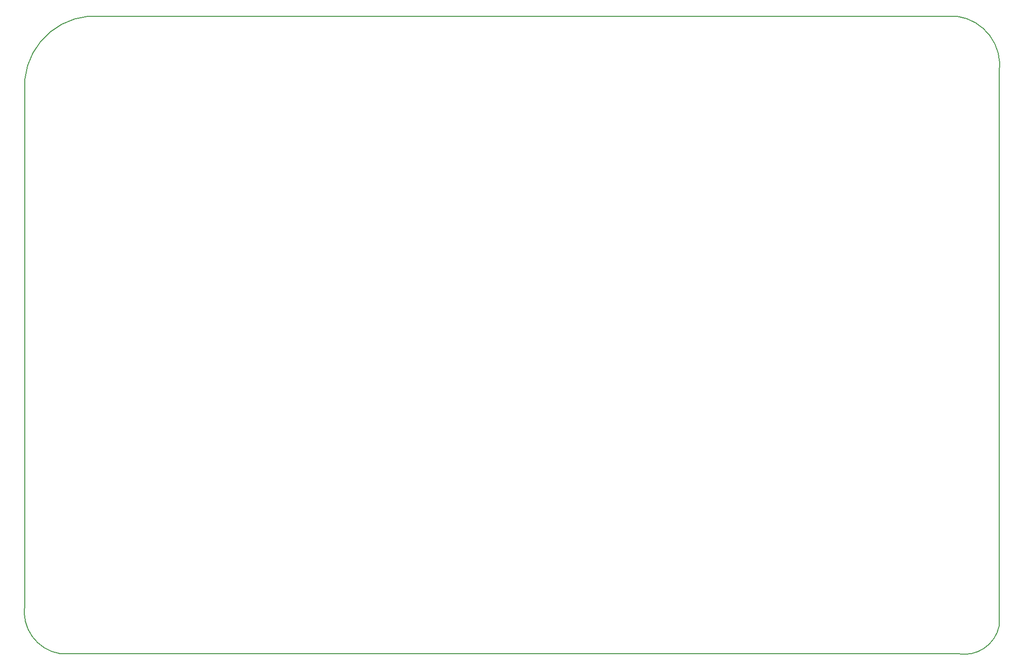
<source format=gm1>
G04 #@! TF.FileFunction,Profile,NP*
%FSLAX46Y46*%
G04 Gerber Fmt 4.6, Leading zero omitted, Abs format (unit mm)*
G04 Created by KiCad (PCBNEW 4.0.7) date Fri Jul 20 16:26:56 2018*
%MOMM*%
%LPD*%
G01*
G04 APERTURE LIST*
%ADD10C,0.100000*%
%ADD11C,0.150000*%
G04 APERTURE END LIST*
D10*
D11*
X100330000Y-30480000D02*
X100330000Y-125730000D01*
X269240000Y-19050000D02*
X113030000Y-19050000D01*
X276860000Y-129540000D02*
X276860000Y-29210000D01*
X106680000Y-134620000D02*
X269240000Y-134620000D01*
X276860000Y-29210000D02*
G75*
G03X269240000Y-19050000I-8890000J1270000D01*
G01*
X269240000Y-134620000D02*
G75*
G03X276860000Y-129540000I1270000J6350000D01*
G01*
X100330000Y-125730000D02*
G75*
G03X106680000Y-134620000I7620000J-1270000D01*
G01*
X114300000Y-19050000D02*
G75*
G03X100330000Y-30480000I-1270000J-12700000D01*
G01*
M02*

</source>
